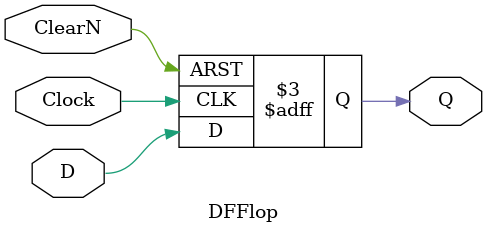
<source format=v>
module DFFlop (Q, D, Clock, ClearN);
  output Q;
  input D, Clock, ClearN;
  
  reg Q;
  always @(posedge Clock or negedge ClearN)
  begin
    if (~ClearN)
      Q <= 1'b0;
    else
      Q <= D;
  end
endmodule

</source>
